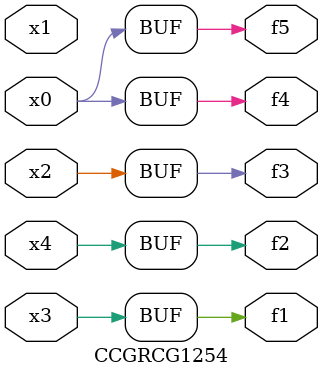
<source format=v>
module CCGRCG1254(
	input x0, x1, x2, x3, x4,
	output f1, f2, f3, f4, f5
);
	assign f1 = x3;
	assign f2 = x4;
	assign f3 = x2;
	assign f4 = x0;
	assign f5 = x0;
endmodule

</source>
